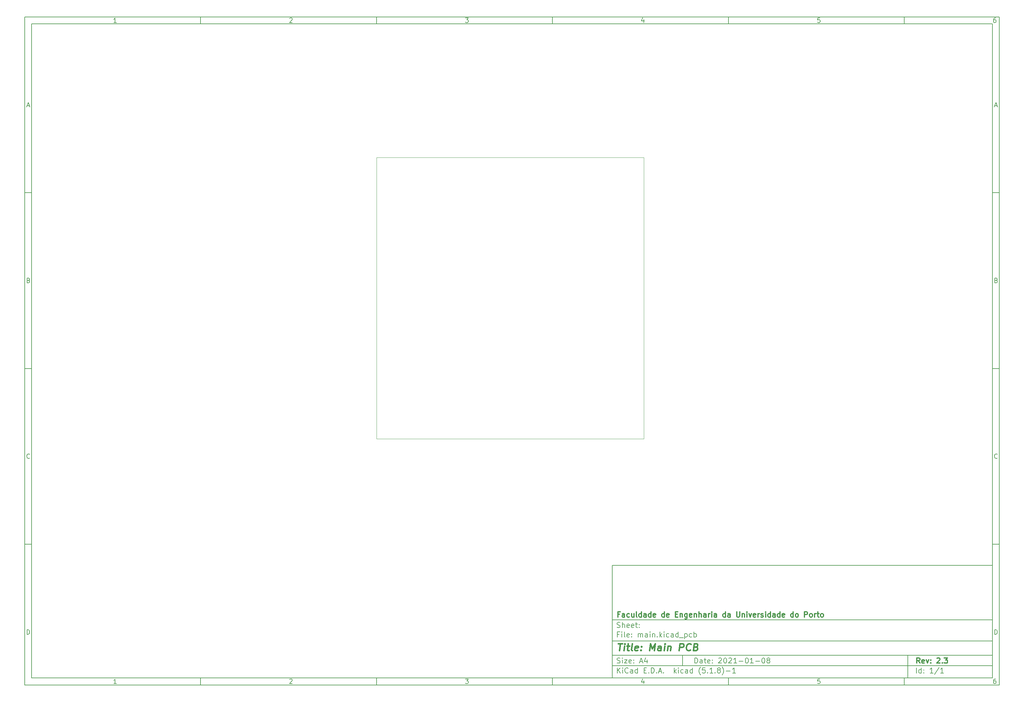
<source format=gbr>
%TF.GenerationSoftware,KiCad,Pcbnew,(5.1.8)-1*%
%TF.CreationDate,2021-01-08T10:56:16+00:00*%
%TF.ProjectId,main,6d61696e-2e6b-4696-9361-645f70636258,2.3*%
%TF.SameCoordinates,Original*%
%TF.FileFunction,Profile,NP*%
%FSLAX46Y46*%
G04 Gerber Fmt 4.6, Leading zero omitted, Abs format (unit mm)*
G04 Created by KiCad (PCBNEW (5.1.8)-1) date 2021-01-08 10:56:16*
%MOMM*%
%LPD*%
G01*
G04 APERTURE LIST*
%ADD10C,0.100000*%
%ADD11C,0.150000*%
%ADD12C,0.300000*%
%ADD13C,0.400000*%
%TA.AperFunction,Profile*%
%ADD14C,0.100000*%
%TD*%
G04 APERTURE END LIST*
D10*
D11*
X177002200Y-166007200D02*
X177002200Y-198007200D01*
X285002200Y-198007200D01*
X285002200Y-166007200D01*
X177002200Y-166007200D01*
D10*
D11*
X10000000Y-10000000D02*
X10000000Y-200007200D01*
X287002200Y-200007200D01*
X287002200Y-10000000D01*
X10000000Y-10000000D01*
D10*
D11*
X12000000Y-12000000D02*
X12000000Y-198007200D01*
X285002200Y-198007200D01*
X285002200Y-12000000D01*
X12000000Y-12000000D01*
D10*
D11*
X60000000Y-12000000D02*
X60000000Y-10000000D01*
D10*
D11*
X110000000Y-12000000D02*
X110000000Y-10000000D01*
D10*
D11*
X160000000Y-12000000D02*
X160000000Y-10000000D01*
D10*
D11*
X210000000Y-12000000D02*
X210000000Y-10000000D01*
D10*
D11*
X260000000Y-12000000D02*
X260000000Y-10000000D01*
D10*
D11*
X36065476Y-11588095D02*
X35322619Y-11588095D01*
X35694047Y-11588095D02*
X35694047Y-10288095D01*
X35570238Y-10473809D01*
X35446428Y-10597619D01*
X35322619Y-10659523D01*
D10*
D11*
X85322619Y-10411904D02*
X85384523Y-10350000D01*
X85508333Y-10288095D01*
X85817857Y-10288095D01*
X85941666Y-10350000D01*
X86003571Y-10411904D01*
X86065476Y-10535714D01*
X86065476Y-10659523D01*
X86003571Y-10845238D01*
X85260714Y-11588095D01*
X86065476Y-11588095D01*
D10*
D11*
X135260714Y-10288095D02*
X136065476Y-10288095D01*
X135632142Y-10783333D01*
X135817857Y-10783333D01*
X135941666Y-10845238D01*
X136003571Y-10907142D01*
X136065476Y-11030952D01*
X136065476Y-11340476D01*
X136003571Y-11464285D01*
X135941666Y-11526190D01*
X135817857Y-11588095D01*
X135446428Y-11588095D01*
X135322619Y-11526190D01*
X135260714Y-11464285D01*
D10*
D11*
X185941666Y-10721428D02*
X185941666Y-11588095D01*
X185632142Y-10226190D02*
X185322619Y-11154761D01*
X186127380Y-11154761D01*
D10*
D11*
X236003571Y-10288095D02*
X235384523Y-10288095D01*
X235322619Y-10907142D01*
X235384523Y-10845238D01*
X235508333Y-10783333D01*
X235817857Y-10783333D01*
X235941666Y-10845238D01*
X236003571Y-10907142D01*
X236065476Y-11030952D01*
X236065476Y-11340476D01*
X236003571Y-11464285D01*
X235941666Y-11526190D01*
X235817857Y-11588095D01*
X235508333Y-11588095D01*
X235384523Y-11526190D01*
X235322619Y-11464285D01*
D10*
D11*
X285941666Y-10288095D02*
X285694047Y-10288095D01*
X285570238Y-10350000D01*
X285508333Y-10411904D01*
X285384523Y-10597619D01*
X285322619Y-10845238D01*
X285322619Y-11340476D01*
X285384523Y-11464285D01*
X285446428Y-11526190D01*
X285570238Y-11588095D01*
X285817857Y-11588095D01*
X285941666Y-11526190D01*
X286003571Y-11464285D01*
X286065476Y-11340476D01*
X286065476Y-11030952D01*
X286003571Y-10907142D01*
X285941666Y-10845238D01*
X285817857Y-10783333D01*
X285570238Y-10783333D01*
X285446428Y-10845238D01*
X285384523Y-10907142D01*
X285322619Y-11030952D01*
D10*
D11*
X60000000Y-198007200D02*
X60000000Y-200007200D01*
D10*
D11*
X110000000Y-198007200D02*
X110000000Y-200007200D01*
D10*
D11*
X160000000Y-198007200D02*
X160000000Y-200007200D01*
D10*
D11*
X210000000Y-198007200D02*
X210000000Y-200007200D01*
D10*
D11*
X260000000Y-198007200D02*
X260000000Y-200007200D01*
D10*
D11*
X36065476Y-199595295D02*
X35322619Y-199595295D01*
X35694047Y-199595295D02*
X35694047Y-198295295D01*
X35570238Y-198481009D01*
X35446428Y-198604819D01*
X35322619Y-198666723D01*
D10*
D11*
X85322619Y-198419104D02*
X85384523Y-198357200D01*
X85508333Y-198295295D01*
X85817857Y-198295295D01*
X85941666Y-198357200D01*
X86003571Y-198419104D01*
X86065476Y-198542914D01*
X86065476Y-198666723D01*
X86003571Y-198852438D01*
X85260714Y-199595295D01*
X86065476Y-199595295D01*
D10*
D11*
X135260714Y-198295295D02*
X136065476Y-198295295D01*
X135632142Y-198790533D01*
X135817857Y-198790533D01*
X135941666Y-198852438D01*
X136003571Y-198914342D01*
X136065476Y-199038152D01*
X136065476Y-199347676D01*
X136003571Y-199471485D01*
X135941666Y-199533390D01*
X135817857Y-199595295D01*
X135446428Y-199595295D01*
X135322619Y-199533390D01*
X135260714Y-199471485D01*
D10*
D11*
X185941666Y-198728628D02*
X185941666Y-199595295D01*
X185632142Y-198233390D02*
X185322619Y-199161961D01*
X186127380Y-199161961D01*
D10*
D11*
X236003571Y-198295295D02*
X235384523Y-198295295D01*
X235322619Y-198914342D01*
X235384523Y-198852438D01*
X235508333Y-198790533D01*
X235817857Y-198790533D01*
X235941666Y-198852438D01*
X236003571Y-198914342D01*
X236065476Y-199038152D01*
X236065476Y-199347676D01*
X236003571Y-199471485D01*
X235941666Y-199533390D01*
X235817857Y-199595295D01*
X235508333Y-199595295D01*
X235384523Y-199533390D01*
X235322619Y-199471485D01*
D10*
D11*
X285941666Y-198295295D02*
X285694047Y-198295295D01*
X285570238Y-198357200D01*
X285508333Y-198419104D01*
X285384523Y-198604819D01*
X285322619Y-198852438D01*
X285322619Y-199347676D01*
X285384523Y-199471485D01*
X285446428Y-199533390D01*
X285570238Y-199595295D01*
X285817857Y-199595295D01*
X285941666Y-199533390D01*
X286003571Y-199471485D01*
X286065476Y-199347676D01*
X286065476Y-199038152D01*
X286003571Y-198914342D01*
X285941666Y-198852438D01*
X285817857Y-198790533D01*
X285570238Y-198790533D01*
X285446428Y-198852438D01*
X285384523Y-198914342D01*
X285322619Y-199038152D01*
D10*
D11*
X10000000Y-60000000D02*
X12000000Y-60000000D01*
D10*
D11*
X10000000Y-110000000D02*
X12000000Y-110000000D01*
D10*
D11*
X10000000Y-160000000D02*
X12000000Y-160000000D01*
D10*
D11*
X10690476Y-35216666D02*
X11309523Y-35216666D01*
X10566666Y-35588095D02*
X11000000Y-34288095D01*
X11433333Y-35588095D01*
D10*
D11*
X11092857Y-84907142D02*
X11278571Y-84969047D01*
X11340476Y-85030952D01*
X11402380Y-85154761D01*
X11402380Y-85340476D01*
X11340476Y-85464285D01*
X11278571Y-85526190D01*
X11154761Y-85588095D01*
X10659523Y-85588095D01*
X10659523Y-84288095D01*
X11092857Y-84288095D01*
X11216666Y-84350000D01*
X11278571Y-84411904D01*
X11340476Y-84535714D01*
X11340476Y-84659523D01*
X11278571Y-84783333D01*
X11216666Y-84845238D01*
X11092857Y-84907142D01*
X10659523Y-84907142D01*
D10*
D11*
X11402380Y-135464285D02*
X11340476Y-135526190D01*
X11154761Y-135588095D01*
X11030952Y-135588095D01*
X10845238Y-135526190D01*
X10721428Y-135402380D01*
X10659523Y-135278571D01*
X10597619Y-135030952D01*
X10597619Y-134845238D01*
X10659523Y-134597619D01*
X10721428Y-134473809D01*
X10845238Y-134350000D01*
X11030952Y-134288095D01*
X11154761Y-134288095D01*
X11340476Y-134350000D01*
X11402380Y-134411904D01*
D10*
D11*
X10659523Y-185588095D02*
X10659523Y-184288095D01*
X10969047Y-184288095D01*
X11154761Y-184350000D01*
X11278571Y-184473809D01*
X11340476Y-184597619D01*
X11402380Y-184845238D01*
X11402380Y-185030952D01*
X11340476Y-185278571D01*
X11278571Y-185402380D01*
X11154761Y-185526190D01*
X10969047Y-185588095D01*
X10659523Y-185588095D01*
D10*
D11*
X287002200Y-60000000D02*
X285002200Y-60000000D01*
D10*
D11*
X287002200Y-110000000D02*
X285002200Y-110000000D01*
D10*
D11*
X287002200Y-160000000D02*
X285002200Y-160000000D01*
D10*
D11*
X285692676Y-35216666D02*
X286311723Y-35216666D01*
X285568866Y-35588095D02*
X286002200Y-34288095D01*
X286435533Y-35588095D01*
D10*
D11*
X286095057Y-84907142D02*
X286280771Y-84969047D01*
X286342676Y-85030952D01*
X286404580Y-85154761D01*
X286404580Y-85340476D01*
X286342676Y-85464285D01*
X286280771Y-85526190D01*
X286156961Y-85588095D01*
X285661723Y-85588095D01*
X285661723Y-84288095D01*
X286095057Y-84288095D01*
X286218866Y-84350000D01*
X286280771Y-84411904D01*
X286342676Y-84535714D01*
X286342676Y-84659523D01*
X286280771Y-84783333D01*
X286218866Y-84845238D01*
X286095057Y-84907142D01*
X285661723Y-84907142D01*
D10*
D11*
X286404580Y-135464285D02*
X286342676Y-135526190D01*
X286156961Y-135588095D01*
X286033152Y-135588095D01*
X285847438Y-135526190D01*
X285723628Y-135402380D01*
X285661723Y-135278571D01*
X285599819Y-135030952D01*
X285599819Y-134845238D01*
X285661723Y-134597619D01*
X285723628Y-134473809D01*
X285847438Y-134350000D01*
X286033152Y-134288095D01*
X286156961Y-134288095D01*
X286342676Y-134350000D01*
X286404580Y-134411904D01*
D10*
D11*
X285661723Y-185588095D02*
X285661723Y-184288095D01*
X285971247Y-184288095D01*
X286156961Y-184350000D01*
X286280771Y-184473809D01*
X286342676Y-184597619D01*
X286404580Y-184845238D01*
X286404580Y-185030952D01*
X286342676Y-185278571D01*
X286280771Y-185402380D01*
X286156961Y-185526190D01*
X285971247Y-185588095D01*
X285661723Y-185588095D01*
D10*
D11*
X200434342Y-193785771D02*
X200434342Y-192285771D01*
X200791485Y-192285771D01*
X201005771Y-192357200D01*
X201148628Y-192500057D01*
X201220057Y-192642914D01*
X201291485Y-192928628D01*
X201291485Y-193142914D01*
X201220057Y-193428628D01*
X201148628Y-193571485D01*
X201005771Y-193714342D01*
X200791485Y-193785771D01*
X200434342Y-193785771D01*
X202577200Y-193785771D02*
X202577200Y-193000057D01*
X202505771Y-192857200D01*
X202362914Y-192785771D01*
X202077200Y-192785771D01*
X201934342Y-192857200D01*
X202577200Y-193714342D02*
X202434342Y-193785771D01*
X202077200Y-193785771D01*
X201934342Y-193714342D01*
X201862914Y-193571485D01*
X201862914Y-193428628D01*
X201934342Y-193285771D01*
X202077200Y-193214342D01*
X202434342Y-193214342D01*
X202577200Y-193142914D01*
X203077200Y-192785771D02*
X203648628Y-192785771D01*
X203291485Y-192285771D02*
X203291485Y-193571485D01*
X203362914Y-193714342D01*
X203505771Y-193785771D01*
X203648628Y-193785771D01*
X204720057Y-193714342D02*
X204577200Y-193785771D01*
X204291485Y-193785771D01*
X204148628Y-193714342D01*
X204077200Y-193571485D01*
X204077200Y-193000057D01*
X204148628Y-192857200D01*
X204291485Y-192785771D01*
X204577200Y-192785771D01*
X204720057Y-192857200D01*
X204791485Y-193000057D01*
X204791485Y-193142914D01*
X204077200Y-193285771D01*
X205434342Y-193642914D02*
X205505771Y-193714342D01*
X205434342Y-193785771D01*
X205362914Y-193714342D01*
X205434342Y-193642914D01*
X205434342Y-193785771D01*
X205434342Y-192857200D02*
X205505771Y-192928628D01*
X205434342Y-193000057D01*
X205362914Y-192928628D01*
X205434342Y-192857200D01*
X205434342Y-193000057D01*
X207220057Y-192428628D02*
X207291485Y-192357200D01*
X207434342Y-192285771D01*
X207791485Y-192285771D01*
X207934342Y-192357200D01*
X208005771Y-192428628D01*
X208077200Y-192571485D01*
X208077200Y-192714342D01*
X208005771Y-192928628D01*
X207148628Y-193785771D01*
X208077200Y-193785771D01*
X209005771Y-192285771D02*
X209148628Y-192285771D01*
X209291485Y-192357200D01*
X209362914Y-192428628D01*
X209434342Y-192571485D01*
X209505771Y-192857200D01*
X209505771Y-193214342D01*
X209434342Y-193500057D01*
X209362914Y-193642914D01*
X209291485Y-193714342D01*
X209148628Y-193785771D01*
X209005771Y-193785771D01*
X208862914Y-193714342D01*
X208791485Y-193642914D01*
X208720057Y-193500057D01*
X208648628Y-193214342D01*
X208648628Y-192857200D01*
X208720057Y-192571485D01*
X208791485Y-192428628D01*
X208862914Y-192357200D01*
X209005771Y-192285771D01*
X210077200Y-192428628D02*
X210148628Y-192357200D01*
X210291485Y-192285771D01*
X210648628Y-192285771D01*
X210791485Y-192357200D01*
X210862914Y-192428628D01*
X210934342Y-192571485D01*
X210934342Y-192714342D01*
X210862914Y-192928628D01*
X210005771Y-193785771D01*
X210934342Y-193785771D01*
X212362914Y-193785771D02*
X211505771Y-193785771D01*
X211934342Y-193785771D02*
X211934342Y-192285771D01*
X211791485Y-192500057D01*
X211648628Y-192642914D01*
X211505771Y-192714342D01*
X213005771Y-193214342D02*
X214148628Y-193214342D01*
X215148628Y-192285771D02*
X215291485Y-192285771D01*
X215434342Y-192357200D01*
X215505771Y-192428628D01*
X215577200Y-192571485D01*
X215648628Y-192857200D01*
X215648628Y-193214342D01*
X215577200Y-193500057D01*
X215505771Y-193642914D01*
X215434342Y-193714342D01*
X215291485Y-193785771D01*
X215148628Y-193785771D01*
X215005771Y-193714342D01*
X214934342Y-193642914D01*
X214862914Y-193500057D01*
X214791485Y-193214342D01*
X214791485Y-192857200D01*
X214862914Y-192571485D01*
X214934342Y-192428628D01*
X215005771Y-192357200D01*
X215148628Y-192285771D01*
X217077200Y-193785771D02*
X216220057Y-193785771D01*
X216648628Y-193785771D02*
X216648628Y-192285771D01*
X216505771Y-192500057D01*
X216362914Y-192642914D01*
X216220057Y-192714342D01*
X217720057Y-193214342D02*
X218862914Y-193214342D01*
X219862914Y-192285771D02*
X220005771Y-192285771D01*
X220148628Y-192357200D01*
X220220057Y-192428628D01*
X220291485Y-192571485D01*
X220362914Y-192857200D01*
X220362914Y-193214342D01*
X220291485Y-193500057D01*
X220220057Y-193642914D01*
X220148628Y-193714342D01*
X220005771Y-193785771D01*
X219862914Y-193785771D01*
X219720057Y-193714342D01*
X219648628Y-193642914D01*
X219577200Y-193500057D01*
X219505771Y-193214342D01*
X219505771Y-192857200D01*
X219577200Y-192571485D01*
X219648628Y-192428628D01*
X219720057Y-192357200D01*
X219862914Y-192285771D01*
X221220057Y-192928628D02*
X221077200Y-192857200D01*
X221005771Y-192785771D01*
X220934342Y-192642914D01*
X220934342Y-192571485D01*
X221005771Y-192428628D01*
X221077200Y-192357200D01*
X221220057Y-192285771D01*
X221505771Y-192285771D01*
X221648628Y-192357200D01*
X221720057Y-192428628D01*
X221791485Y-192571485D01*
X221791485Y-192642914D01*
X221720057Y-192785771D01*
X221648628Y-192857200D01*
X221505771Y-192928628D01*
X221220057Y-192928628D01*
X221077200Y-193000057D01*
X221005771Y-193071485D01*
X220934342Y-193214342D01*
X220934342Y-193500057D01*
X221005771Y-193642914D01*
X221077200Y-193714342D01*
X221220057Y-193785771D01*
X221505771Y-193785771D01*
X221648628Y-193714342D01*
X221720057Y-193642914D01*
X221791485Y-193500057D01*
X221791485Y-193214342D01*
X221720057Y-193071485D01*
X221648628Y-193000057D01*
X221505771Y-192928628D01*
D10*
D11*
X177002200Y-194507200D02*
X285002200Y-194507200D01*
D10*
D11*
X178434342Y-196585771D02*
X178434342Y-195085771D01*
X179291485Y-196585771D02*
X178648628Y-195728628D01*
X179291485Y-195085771D02*
X178434342Y-195942914D01*
X179934342Y-196585771D02*
X179934342Y-195585771D01*
X179934342Y-195085771D02*
X179862914Y-195157200D01*
X179934342Y-195228628D01*
X180005771Y-195157200D01*
X179934342Y-195085771D01*
X179934342Y-195228628D01*
X181505771Y-196442914D02*
X181434342Y-196514342D01*
X181220057Y-196585771D01*
X181077200Y-196585771D01*
X180862914Y-196514342D01*
X180720057Y-196371485D01*
X180648628Y-196228628D01*
X180577200Y-195942914D01*
X180577200Y-195728628D01*
X180648628Y-195442914D01*
X180720057Y-195300057D01*
X180862914Y-195157200D01*
X181077200Y-195085771D01*
X181220057Y-195085771D01*
X181434342Y-195157200D01*
X181505771Y-195228628D01*
X182791485Y-196585771D02*
X182791485Y-195800057D01*
X182720057Y-195657200D01*
X182577200Y-195585771D01*
X182291485Y-195585771D01*
X182148628Y-195657200D01*
X182791485Y-196514342D02*
X182648628Y-196585771D01*
X182291485Y-196585771D01*
X182148628Y-196514342D01*
X182077200Y-196371485D01*
X182077200Y-196228628D01*
X182148628Y-196085771D01*
X182291485Y-196014342D01*
X182648628Y-196014342D01*
X182791485Y-195942914D01*
X184148628Y-196585771D02*
X184148628Y-195085771D01*
X184148628Y-196514342D02*
X184005771Y-196585771D01*
X183720057Y-196585771D01*
X183577200Y-196514342D01*
X183505771Y-196442914D01*
X183434342Y-196300057D01*
X183434342Y-195871485D01*
X183505771Y-195728628D01*
X183577200Y-195657200D01*
X183720057Y-195585771D01*
X184005771Y-195585771D01*
X184148628Y-195657200D01*
X186005771Y-195800057D02*
X186505771Y-195800057D01*
X186720057Y-196585771D02*
X186005771Y-196585771D01*
X186005771Y-195085771D01*
X186720057Y-195085771D01*
X187362914Y-196442914D02*
X187434342Y-196514342D01*
X187362914Y-196585771D01*
X187291485Y-196514342D01*
X187362914Y-196442914D01*
X187362914Y-196585771D01*
X188077200Y-196585771D02*
X188077200Y-195085771D01*
X188434342Y-195085771D01*
X188648628Y-195157200D01*
X188791485Y-195300057D01*
X188862914Y-195442914D01*
X188934342Y-195728628D01*
X188934342Y-195942914D01*
X188862914Y-196228628D01*
X188791485Y-196371485D01*
X188648628Y-196514342D01*
X188434342Y-196585771D01*
X188077200Y-196585771D01*
X189577200Y-196442914D02*
X189648628Y-196514342D01*
X189577200Y-196585771D01*
X189505771Y-196514342D01*
X189577200Y-196442914D01*
X189577200Y-196585771D01*
X190220057Y-196157200D02*
X190934342Y-196157200D01*
X190077200Y-196585771D02*
X190577200Y-195085771D01*
X191077200Y-196585771D01*
X191577200Y-196442914D02*
X191648628Y-196514342D01*
X191577200Y-196585771D01*
X191505771Y-196514342D01*
X191577200Y-196442914D01*
X191577200Y-196585771D01*
X194577200Y-196585771D02*
X194577200Y-195085771D01*
X194720057Y-196014342D02*
X195148628Y-196585771D01*
X195148628Y-195585771D02*
X194577200Y-196157200D01*
X195791485Y-196585771D02*
X195791485Y-195585771D01*
X195791485Y-195085771D02*
X195720057Y-195157200D01*
X195791485Y-195228628D01*
X195862914Y-195157200D01*
X195791485Y-195085771D01*
X195791485Y-195228628D01*
X197148628Y-196514342D02*
X197005771Y-196585771D01*
X196720057Y-196585771D01*
X196577200Y-196514342D01*
X196505771Y-196442914D01*
X196434342Y-196300057D01*
X196434342Y-195871485D01*
X196505771Y-195728628D01*
X196577200Y-195657200D01*
X196720057Y-195585771D01*
X197005771Y-195585771D01*
X197148628Y-195657200D01*
X198434342Y-196585771D02*
X198434342Y-195800057D01*
X198362914Y-195657200D01*
X198220057Y-195585771D01*
X197934342Y-195585771D01*
X197791485Y-195657200D01*
X198434342Y-196514342D02*
X198291485Y-196585771D01*
X197934342Y-196585771D01*
X197791485Y-196514342D01*
X197720057Y-196371485D01*
X197720057Y-196228628D01*
X197791485Y-196085771D01*
X197934342Y-196014342D01*
X198291485Y-196014342D01*
X198434342Y-195942914D01*
X199791485Y-196585771D02*
X199791485Y-195085771D01*
X199791485Y-196514342D02*
X199648628Y-196585771D01*
X199362914Y-196585771D01*
X199220057Y-196514342D01*
X199148628Y-196442914D01*
X199077200Y-196300057D01*
X199077200Y-195871485D01*
X199148628Y-195728628D01*
X199220057Y-195657200D01*
X199362914Y-195585771D01*
X199648628Y-195585771D01*
X199791485Y-195657200D01*
X202077200Y-197157200D02*
X202005771Y-197085771D01*
X201862914Y-196871485D01*
X201791485Y-196728628D01*
X201720057Y-196514342D01*
X201648628Y-196157200D01*
X201648628Y-195871485D01*
X201720057Y-195514342D01*
X201791485Y-195300057D01*
X201862914Y-195157200D01*
X202005771Y-194942914D01*
X202077200Y-194871485D01*
X203362914Y-195085771D02*
X202648628Y-195085771D01*
X202577200Y-195800057D01*
X202648628Y-195728628D01*
X202791485Y-195657200D01*
X203148628Y-195657200D01*
X203291485Y-195728628D01*
X203362914Y-195800057D01*
X203434342Y-195942914D01*
X203434342Y-196300057D01*
X203362914Y-196442914D01*
X203291485Y-196514342D01*
X203148628Y-196585771D01*
X202791485Y-196585771D01*
X202648628Y-196514342D01*
X202577200Y-196442914D01*
X204077200Y-196442914D02*
X204148628Y-196514342D01*
X204077200Y-196585771D01*
X204005771Y-196514342D01*
X204077200Y-196442914D01*
X204077200Y-196585771D01*
X205577200Y-196585771D02*
X204720057Y-196585771D01*
X205148628Y-196585771D02*
X205148628Y-195085771D01*
X205005771Y-195300057D01*
X204862914Y-195442914D01*
X204720057Y-195514342D01*
X206220057Y-196442914D02*
X206291485Y-196514342D01*
X206220057Y-196585771D01*
X206148628Y-196514342D01*
X206220057Y-196442914D01*
X206220057Y-196585771D01*
X207148628Y-195728628D02*
X207005771Y-195657200D01*
X206934342Y-195585771D01*
X206862914Y-195442914D01*
X206862914Y-195371485D01*
X206934342Y-195228628D01*
X207005771Y-195157200D01*
X207148628Y-195085771D01*
X207434342Y-195085771D01*
X207577200Y-195157200D01*
X207648628Y-195228628D01*
X207720057Y-195371485D01*
X207720057Y-195442914D01*
X207648628Y-195585771D01*
X207577200Y-195657200D01*
X207434342Y-195728628D01*
X207148628Y-195728628D01*
X207005771Y-195800057D01*
X206934342Y-195871485D01*
X206862914Y-196014342D01*
X206862914Y-196300057D01*
X206934342Y-196442914D01*
X207005771Y-196514342D01*
X207148628Y-196585771D01*
X207434342Y-196585771D01*
X207577200Y-196514342D01*
X207648628Y-196442914D01*
X207720057Y-196300057D01*
X207720057Y-196014342D01*
X207648628Y-195871485D01*
X207577200Y-195800057D01*
X207434342Y-195728628D01*
X208220057Y-197157200D02*
X208291485Y-197085771D01*
X208434342Y-196871485D01*
X208505771Y-196728628D01*
X208577200Y-196514342D01*
X208648628Y-196157200D01*
X208648628Y-195871485D01*
X208577200Y-195514342D01*
X208505771Y-195300057D01*
X208434342Y-195157200D01*
X208291485Y-194942914D01*
X208220057Y-194871485D01*
X209362914Y-196014342D02*
X210505771Y-196014342D01*
X212005771Y-196585771D02*
X211148628Y-196585771D01*
X211577200Y-196585771D02*
X211577200Y-195085771D01*
X211434342Y-195300057D01*
X211291485Y-195442914D01*
X211148628Y-195514342D01*
D10*
D11*
X177002200Y-191507200D02*
X285002200Y-191507200D01*
D10*
D12*
X264411485Y-193785771D02*
X263911485Y-193071485D01*
X263554342Y-193785771D02*
X263554342Y-192285771D01*
X264125771Y-192285771D01*
X264268628Y-192357200D01*
X264340057Y-192428628D01*
X264411485Y-192571485D01*
X264411485Y-192785771D01*
X264340057Y-192928628D01*
X264268628Y-193000057D01*
X264125771Y-193071485D01*
X263554342Y-193071485D01*
X265625771Y-193714342D02*
X265482914Y-193785771D01*
X265197200Y-193785771D01*
X265054342Y-193714342D01*
X264982914Y-193571485D01*
X264982914Y-193000057D01*
X265054342Y-192857200D01*
X265197200Y-192785771D01*
X265482914Y-192785771D01*
X265625771Y-192857200D01*
X265697200Y-193000057D01*
X265697200Y-193142914D01*
X264982914Y-193285771D01*
X266197200Y-192785771D02*
X266554342Y-193785771D01*
X266911485Y-192785771D01*
X267482914Y-193642914D02*
X267554342Y-193714342D01*
X267482914Y-193785771D01*
X267411485Y-193714342D01*
X267482914Y-193642914D01*
X267482914Y-193785771D01*
X267482914Y-192857200D02*
X267554342Y-192928628D01*
X267482914Y-193000057D01*
X267411485Y-192928628D01*
X267482914Y-192857200D01*
X267482914Y-193000057D01*
X269268628Y-192428628D02*
X269340057Y-192357200D01*
X269482914Y-192285771D01*
X269840057Y-192285771D01*
X269982914Y-192357200D01*
X270054342Y-192428628D01*
X270125771Y-192571485D01*
X270125771Y-192714342D01*
X270054342Y-192928628D01*
X269197200Y-193785771D01*
X270125771Y-193785771D01*
X270768628Y-193642914D02*
X270840057Y-193714342D01*
X270768628Y-193785771D01*
X270697200Y-193714342D01*
X270768628Y-193642914D01*
X270768628Y-193785771D01*
X271340057Y-192285771D02*
X272268628Y-192285771D01*
X271768628Y-192857200D01*
X271982914Y-192857200D01*
X272125771Y-192928628D01*
X272197200Y-193000057D01*
X272268628Y-193142914D01*
X272268628Y-193500057D01*
X272197200Y-193642914D01*
X272125771Y-193714342D01*
X271982914Y-193785771D01*
X271554342Y-193785771D01*
X271411485Y-193714342D01*
X271340057Y-193642914D01*
D10*
D11*
X178362914Y-193714342D02*
X178577200Y-193785771D01*
X178934342Y-193785771D01*
X179077200Y-193714342D01*
X179148628Y-193642914D01*
X179220057Y-193500057D01*
X179220057Y-193357200D01*
X179148628Y-193214342D01*
X179077200Y-193142914D01*
X178934342Y-193071485D01*
X178648628Y-193000057D01*
X178505771Y-192928628D01*
X178434342Y-192857200D01*
X178362914Y-192714342D01*
X178362914Y-192571485D01*
X178434342Y-192428628D01*
X178505771Y-192357200D01*
X178648628Y-192285771D01*
X179005771Y-192285771D01*
X179220057Y-192357200D01*
X179862914Y-193785771D02*
X179862914Y-192785771D01*
X179862914Y-192285771D02*
X179791485Y-192357200D01*
X179862914Y-192428628D01*
X179934342Y-192357200D01*
X179862914Y-192285771D01*
X179862914Y-192428628D01*
X180434342Y-192785771D02*
X181220057Y-192785771D01*
X180434342Y-193785771D01*
X181220057Y-193785771D01*
X182362914Y-193714342D02*
X182220057Y-193785771D01*
X181934342Y-193785771D01*
X181791485Y-193714342D01*
X181720057Y-193571485D01*
X181720057Y-193000057D01*
X181791485Y-192857200D01*
X181934342Y-192785771D01*
X182220057Y-192785771D01*
X182362914Y-192857200D01*
X182434342Y-193000057D01*
X182434342Y-193142914D01*
X181720057Y-193285771D01*
X183077200Y-193642914D02*
X183148628Y-193714342D01*
X183077200Y-193785771D01*
X183005771Y-193714342D01*
X183077200Y-193642914D01*
X183077200Y-193785771D01*
X183077200Y-192857200D02*
X183148628Y-192928628D01*
X183077200Y-193000057D01*
X183005771Y-192928628D01*
X183077200Y-192857200D01*
X183077200Y-193000057D01*
X184862914Y-193357200D02*
X185577200Y-193357200D01*
X184720057Y-193785771D02*
X185220057Y-192285771D01*
X185720057Y-193785771D01*
X186862914Y-192785771D02*
X186862914Y-193785771D01*
X186505771Y-192214342D02*
X186148628Y-193285771D01*
X187077200Y-193285771D01*
D10*
D11*
X263434342Y-196585771D02*
X263434342Y-195085771D01*
X264791485Y-196585771D02*
X264791485Y-195085771D01*
X264791485Y-196514342D02*
X264648628Y-196585771D01*
X264362914Y-196585771D01*
X264220057Y-196514342D01*
X264148628Y-196442914D01*
X264077200Y-196300057D01*
X264077200Y-195871485D01*
X264148628Y-195728628D01*
X264220057Y-195657200D01*
X264362914Y-195585771D01*
X264648628Y-195585771D01*
X264791485Y-195657200D01*
X265505771Y-196442914D02*
X265577200Y-196514342D01*
X265505771Y-196585771D01*
X265434342Y-196514342D01*
X265505771Y-196442914D01*
X265505771Y-196585771D01*
X265505771Y-195657200D02*
X265577200Y-195728628D01*
X265505771Y-195800057D01*
X265434342Y-195728628D01*
X265505771Y-195657200D01*
X265505771Y-195800057D01*
X268148628Y-196585771D02*
X267291485Y-196585771D01*
X267720057Y-196585771D02*
X267720057Y-195085771D01*
X267577200Y-195300057D01*
X267434342Y-195442914D01*
X267291485Y-195514342D01*
X269862914Y-195014342D02*
X268577200Y-196942914D01*
X271148628Y-196585771D02*
X270291485Y-196585771D01*
X270720057Y-196585771D02*
X270720057Y-195085771D01*
X270577200Y-195300057D01*
X270434342Y-195442914D01*
X270291485Y-195514342D01*
D10*
D11*
X177002200Y-187507200D02*
X285002200Y-187507200D01*
D10*
D13*
X178714580Y-188211961D02*
X179857438Y-188211961D01*
X179036009Y-190211961D02*
X179286009Y-188211961D01*
X180274104Y-190211961D02*
X180440771Y-188878628D01*
X180524104Y-188211961D02*
X180416961Y-188307200D01*
X180500295Y-188402438D01*
X180607438Y-188307200D01*
X180524104Y-188211961D01*
X180500295Y-188402438D01*
X181107438Y-188878628D02*
X181869342Y-188878628D01*
X181476485Y-188211961D02*
X181262200Y-189926247D01*
X181333628Y-190116723D01*
X181512200Y-190211961D01*
X181702676Y-190211961D01*
X182655057Y-190211961D02*
X182476485Y-190116723D01*
X182405057Y-189926247D01*
X182619342Y-188211961D01*
X184190771Y-190116723D02*
X183988390Y-190211961D01*
X183607438Y-190211961D01*
X183428866Y-190116723D01*
X183357438Y-189926247D01*
X183452676Y-189164342D01*
X183571723Y-188973866D01*
X183774104Y-188878628D01*
X184155057Y-188878628D01*
X184333628Y-188973866D01*
X184405057Y-189164342D01*
X184381247Y-189354819D01*
X183405057Y-189545295D01*
X185155057Y-190021485D02*
X185238390Y-190116723D01*
X185131247Y-190211961D01*
X185047914Y-190116723D01*
X185155057Y-190021485D01*
X185131247Y-190211961D01*
X185286009Y-188973866D02*
X185369342Y-189069104D01*
X185262200Y-189164342D01*
X185178866Y-189069104D01*
X185286009Y-188973866D01*
X185262200Y-189164342D01*
X187607438Y-190211961D02*
X187857438Y-188211961D01*
X188345533Y-189640533D01*
X189190771Y-188211961D01*
X188940771Y-190211961D01*
X190750295Y-190211961D02*
X190881247Y-189164342D01*
X190809819Y-188973866D01*
X190631247Y-188878628D01*
X190250295Y-188878628D01*
X190047914Y-188973866D01*
X190762200Y-190116723D02*
X190559819Y-190211961D01*
X190083628Y-190211961D01*
X189905057Y-190116723D01*
X189833628Y-189926247D01*
X189857438Y-189735771D01*
X189976485Y-189545295D01*
X190178866Y-189450057D01*
X190655057Y-189450057D01*
X190857438Y-189354819D01*
X191702676Y-190211961D02*
X191869342Y-188878628D01*
X191952676Y-188211961D02*
X191845533Y-188307200D01*
X191928866Y-188402438D01*
X192036009Y-188307200D01*
X191952676Y-188211961D01*
X191928866Y-188402438D01*
X192821723Y-188878628D02*
X192655057Y-190211961D01*
X192797914Y-189069104D02*
X192905057Y-188973866D01*
X193107438Y-188878628D01*
X193393152Y-188878628D01*
X193571723Y-188973866D01*
X193643152Y-189164342D01*
X193512200Y-190211961D01*
X195988390Y-190211961D02*
X196238390Y-188211961D01*
X197000295Y-188211961D01*
X197178866Y-188307200D01*
X197262200Y-188402438D01*
X197333628Y-188592914D01*
X197297914Y-188878628D01*
X197178866Y-189069104D01*
X197071723Y-189164342D01*
X196869342Y-189259580D01*
X196107438Y-189259580D01*
X199155057Y-190021485D02*
X199047914Y-190116723D01*
X198750295Y-190211961D01*
X198559819Y-190211961D01*
X198286009Y-190116723D01*
X198119342Y-189926247D01*
X198047914Y-189735771D01*
X198000295Y-189354819D01*
X198036009Y-189069104D01*
X198178866Y-188688152D01*
X198297914Y-188497676D01*
X198512200Y-188307200D01*
X198809819Y-188211961D01*
X199000295Y-188211961D01*
X199274104Y-188307200D01*
X199357438Y-188402438D01*
X200786009Y-189164342D02*
X201059819Y-189259580D01*
X201143152Y-189354819D01*
X201214580Y-189545295D01*
X201178866Y-189831009D01*
X201059819Y-190021485D01*
X200952676Y-190116723D01*
X200750295Y-190211961D01*
X199988390Y-190211961D01*
X200238390Y-188211961D01*
X200905057Y-188211961D01*
X201083628Y-188307200D01*
X201166961Y-188402438D01*
X201238390Y-188592914D01*
X201214580Y-188783390D01*
X201095533Y-188973866D01*
X200988390Y-189069104D01*
X200786009Y-189164342D01*
X200119342Y-189164342D01*
D10*
D11*
X178934342Y-185600057D02*
X178434342Y-185600057D01*
X178434342Y-186385771D02*
X178434342Y-184885771D01*
X179148628Y-184885771D01*
X179720057Y-186385771D02*
X179720057Y-185385771D01*
X179720057Y-184885771D02*
X179648628Y-184957200D01*
X179720057Y-185028628D01*
X179791485Y-184957200D01*
X179720057Y-184885771D01*
X179720057Y-185028628D01*
X180648628Y-186385771D02*
X180505771Y-186314342D01*
X180434342Y-186171485D01*
X180434342Y-184885771D01*
X181791485Y-186314342D02*
X181648628Y-186385771D01*
X181362914Y-186385771D01*
X181220057Y-186314342D01*
X181148628Y-186171485D01*
X181148628Y-185600057D01*
X181220057Y-185457200D01*
X181362914Y-185385771D01*
X181648628Y-185385771D01*
X181791485Y-185457200D01*
X181862914Y-185600057D01*
X181862914Y-185742914D01*
X181148628Y-185885771D01*
X182505771Y-186242914D02*
X182577200Y-186314342D01*
X182505771Y-186385771D01*
X182434342Y-186314342D01*
X182505771Y-186242914D01*
X182505771Y-186385771D01*
X182505771Y-185457200D02*
X182577200Y-185528628D01*
X182505771Y-185600057D01*
X182434342Y-185528628D01*
X182505771Y-185457200D01*
X182505771Y-185600057D01*
X184362914Y-186385771D02*
X184362914Y-185385771D01*
X184362914Y-185528628D02*
X184434342Y-185457200D01*
X184577200Y-185385771D01*
X184791485Y-185385771D01*
X184934342Y-185457200D01*
X185005771Y-185600057D01*
X185005771Y-186385771D01*
X185005771Y-185600057D02*
X185077200Y-185457200D01*
X185220057Y-185385771D01*
X185434342Y-185385771D01*
X185577200Y-185457200D01*
X185648628Y-185600057D01*
X185648628Y-186385771D01*
X187005771Y-186385771D02*
X187005771Y-185600057D01*
X186934342Y-185457200D01*
X186791485Y-185385771D01*
X186505771Y-185385771D01*
X186362914Y-185457200D01*
X187005771Y-186314342D02*
X186862914Y-186385771D01*
X186505771Y-186385771D01*
X186362914Y-186314342D01*
X186291485Y-186171485D01*
X186291485Y-186028628D01*
X186362914Y-185885771D01*
X186505771Y-185814342D01*
X186862914Y-185814342D01*
X187005771Y-185742914D01*
X187720057Y-186385771D02*
X187720057Y-185385771D01*
X187720057Y-184885771D02*
X187648628Y-184957200D01*
X187720057Y-185028628D01*
X187791485Y-184957200D01*
X187720057Y-184885771D01*
X187720057Y-185028628D01*
X188434342Y-185385771D02*
X188434342Y-186385771D01*
X188434342Y-185528628D02*
X188505771Y-185457200D01*
X188648628Y-185385771D01*
X188862914Y-185385771D01*
X189005771Y-185457200D01*
X189077200Y-185600057D01*
X189077200Y-186385771D01*
X189791485Y-186242914D02*
X189862914Y-186314342D01*
X189791485Y-186385771D01*
X189720057Y-186314342D01*
X189791485Y-186242914D01*
X189791485Y-186385771D01*
X190505771Y-186385771D02*
X190505771Y-184885771D01*
X190648628Y-185814342D02*
X191077200Y-186385771D01*
X191077200Y-185385771D02*
X190505771Y-185957200D01*
X191720057Y-186385771D02*
X191720057Y-185385771D01*
X191720057Y-184885771D02*
X191648628Y-184957200D01*
X191720057Y-185028628D01*
X191791485Y-184957200D01*
X191720057Y-184885771D01*
X191720057Y-185028628D01*
X193077200Y-186314342D02*
X192934342Y-186385771D01*
X192648628Y-186385771D01*
X192505771Y-186314342D01*
X192434342Y-186242914D01*
X192362914Y-186100057D01*
X192362914Y-185671485D01*
X192434342Y-185528628D01*
X192505771Y-185457200D01*
X192648628Y-185385771D01*
X192934342Y-185385771D01*
X193077200Y-185457200D01*
X194362914Y-186385771D02*
X194362914Y-185600057D01*
X194291485Y-185457200D01*
X194148628Y-185385771D01*
X193862914Y-185385771D01*
X193720057Y-185457200D01*
X194362914Y-186314342D02*
X194220057Y-186385771D01*
X193862914Y-186385771D01*
X193720057Y-186314342D01*
X193648628Y-186171485D01*
X193648628Y-186028628D01*
X193720057Y-185885771D01*
X193862914Y-185814342D01*
X194220057Y-185814342D01*
X194362914Y-185742914D01*
X195720057Y-186385771D02*
X195720057Y-184885771D01*
X195720057Y-186314342D02*
X195577200Y-186385771D01*
X195291485Y-186385771D01*
X195148628Y-186314342D01*
X195077200Y-186242914D01*
X195005771Y-186100057D01*
X195005771Y-185671485D01*
X195077200Y-185528628D01*
X195148628Y-185457200D01*
X195291485Y-185385771D01*
X195577200Y-185385771D01*
X195720057Y-185457200D01*
X196077200Y-186528628D02*
X197220057Y-186528628D01*
X197577200Y-185385771D02*
X197577200Y-186885771D01*
X197577200Y-185457200D02*
X197720057Y-185385771D01*
X198005771Y-185385771D01*
X198148628Y-185457200D01*
X198220057Y-185528628D01*
X198291485Y-185671485D01*
X198291485Y-186100057D01*
X198220057Y-186242914D01*
X198148628Y-186314342D01*
X198005771Y-186385771D01*
X197720057Y-186385771D01*
X197577200Y-186314342D01*
X199577200Y-186314342D02*
X199434342Y-186385771D01*
X199148628Y-186385771D01*
X199005771Y-186314342D01*
X198934342Y-186242914D01*
X198862914Y-186100057D01*
X198862914Y-185671485D01*
X198934342Y-185528628D01*
X199005771Y-185457200D01*
X199148628Y-185385771D01*
X199434342Y-185385771D01*
X199577200Y-185457200D01*
X200220057Y-186385771D02*
X200220057Y-184885771D01*
X200220057Y-185457200D02*
X200362914Y-185385771D01*
X200648628Y-185385771D01*
X200791485Y-185457200D01*
X200862914Y-185528628D01*
X200934342Y-185671485D01*
X200934342Y-186100057D01*
X200862914Y-186242914D01*
X200791485Y-186314342D01*
X200648628Y-186385771D01*
X200362914Y-186385771D01*
X200220057Y-186314342D01*
D10*
D11*
X177002200Y-181507200D02*
X285002200Y-181507200D01*
D10*
D11*
X178362914Y-183614342D02*
X178577200Y-183685771D01*
X178934342Y-183685771D01*
X179077200Y-183614342D01*
X179148628Y-183542914D01*
X179220057Y-183400057D01*
X179220057Y-183257200D01*
X179148628Y-183114342D01*
X179077200Y-183042914D01*
X178934342Y-182971485D01*
X178648628Y-182900057D01*
X178505771Y-182828628D01*
X178434342Y-182757200D01*
X178362914Y-182614342D01*
X178362914Y-182471485D01*
X178434342Y-182328628D01*
X178505771Y-182257200D01*
X178648628Y-182185771D01*
X179005771Y-182185771D01*
X179220057Y-182257200D01*
X179862914Y-183685771D02*
X179862914Y-182185771D01*
X180505771Y-183685771D02*
X180505771Y-182900057D01*
X180434342Y-182757200D01*
X180291485Y-182685771D01*
X180077200Y-182685771D01*
X179934342Y-182757200D01*
X179862914Y-182828628D01*
X181791485Y-183614342D02*
X181648628Y-183685771D01*
X181362914Y-183685771D01*
X181220057Y-183614342D01*
X181148628Y-183471485D01*
X181148628Y-182900057D01*
X181220057Y-182757200D01*
X181362914Y-182685771D01*
X181648628Y-182685771D01*
X181791485Y-182757200D01*
X181862914Y-182900057D01*
X181862914Y-183042914D01*
X181148628Y-183185771D01*
X183077200Y-183614342D02*
X182934342Y-183685771D01*
X182648628Y-183685771D01*
X182505771Y-183614342D01*
X182434342Y-183471485D01*
X182434342Y-182900057D01*
X182505771Y-182757200D01*
X182648628Y-182685771D01*
X182934342Y-182685771D01*
X183077200Y-182757200D01*
X183148628Y-182900057D01*
X183148628Y-183042914D01*
X182434342Y-183185771D01*
X183577200Y-182685771D02*
X184148628Y-182685771D01*
X183791485Y-182185771D02*
X183791485Y-183471485D01*
X183862914Y-183614342D01*
X184005771Y-183685771D01*
X184148628Y-183685771D01*
X184648628Y-183542914D02*
X184720057Y-183614342D01*
X184648628Y-183685771D01*
X184577200Y-183614342D01*
X184648628Y-183542914D01*
X184648628Y-183685771D01*
X184648628Y-182757200D02*
X184720057Y-182828628D01*
X184648628Y-182900057D01*
X184577200Y-182828628D01*
X184648628Y-182757200D01*
X184648628Y-182900057D01*
D10*
D12*
X179054342Y-179900057D02*
X178554342Y-179900057D01*
X178554342Y-180685771D02*
X178554342Y-179185771D01*
X179268628Y-179185771D01*
X180482914Y-180685771D02*
X180482914Y-179900057D01*
X180411485Y-179757200D01*
X180268628Y-179685771D01*
X179982914Y-179685771D01*
X179840057Y-179757200D01*
X180482914Y-180614342D02*
X180340057Y-180685771D01*
X179982914Y-180685771D01*
X179840057Y-180614342D01*
X179768628Y-180471485D01*
X179768628Y-180328628D01*
X179840057Y-180185771D01*
X179982914Y-180114342D01*
X180340057Y-180114342D01*
X180482914Y-180042914D01*
X181840057Y-180614342D02*
X181697200Y-180685771D01*
X181411485Y-180685771D01*
X181268628Y-180614342D01*
X181197200Y-180542914D01*
X181125771Y-180400057D01*
X181125771Y-179971485D01*
X181197200Y-179828628D01*
X181268628Y-179757200D01*
X181411485Y-179685771D01*
X181697200Y-179685771D01*
X181840057Y-179757200D01*
X183125771Y-179685771D02*
X183125771Y-180685771D01*
X182482914Y-179685771D02*
X182482914Y-180471485D01*
X182554342Y-180614342D01*
X182697200Y-180685771D01*
X182911485Y-180685771D01*
X183054342Y-180614342D01*
X183125771Y-180542914D01*
X184054342Y-180685771D02*
X183911485Y-180614342D01*
X183840057Y-180471485D01*
X183840057Y-179185771D01*
X185268628Y-180685771D02*
X185268628Y-179185771D01*
X185268628Y-180614342D02*
X185125771Y-180685771D01*
X184840057Y-180685771D01*
X184697200Y-180614342D01*
X184625771Y-180542914D01*
X184554342Y-180400057D01*
X184554342Y-179971485D01*
X184625771Y-179828628D01*
X184697200Y-179757200D01*
X184840057Y-179685771D01*
X185125771Y-179685771D01*
X185268628Y-179757200D01*
X186625771Y-180685771D02*
X186625771Y-179900057D01*
X186554342Y-179757200D01*
X186411485Y-179685771D01*
X186125771Y-179685771D01*
X185982914Y-179757200D01*
X186625771Y-180614342D02*
X186482914Y-180685771D01*
X186125771Y-180685771D01*
X185982914Y-180614342D01*
X185911485Y-180471485D01*
X185911485Y-180328628D01*
X185982914Y-180185771D01*
X186125771Y-180114342D01*
X186482914Y-180114342D01*
X186625771Y-180042914D01*
X187982914Y-180685771D02*
X187982914Y-179185771D01*
X187982914Y-180614342D02*
X187840057Y-180685771D01*
X187554342Y-180685771D01*
X187411485Y-180614342D01*
X187340057Y-180542914D01*
X187268628Y-180400057D01*
X187268628Y-179971485D01*
X187340057Y-179828628D01*
X187411485Y-179757200D01*
X187554342Y-179685771D01*
X187840057Y-179685771D01*
X187982914Y-179757200D01*
X189268628Y-180614342D02*
X189125771Y-180685771D01*
X188840057Y-180685771D01*
X188697200Y-180614342D01*
X188625771Y-180471485D01*
X188625771Y-179900057D01*
X188697200Y-179757200D01*
X188840057Y-179685771D01*
X189125771Y-179685771D01*
X189268628Y-179757200D01*
X189340057Y-179900057D01*
X189340057Y-180042914D01*
X188625771Y-180185771D01*
X191768628Y-180685771D02*
X191768628Y-179185771D01*
X191768628Y-180614342D02*
X191625771Y-180685771D01*
X191340057Y-180685771D01*
X191197200Y-180614342D01*
X191125771Y-180542914D01*
X191054342Y-180400057D01*
X191054342Y-179971485D01*
X191125771Y-179828628D01*
X191197200Y-179757200D01*
X191340057Y-179685771D01*
X191625771Y-179685771D01*
X191768628Y-179757200D01*
X193054342Y-180614342D02*
X192911485Y-180685771D01*
X192625771Y-180685771D01*
X192482914Y-180614342D01*
X192411485Y-180471485D01*
X192411485Y-179900057D01*
X192482914Y-179757200D01*
X192625771Y-179685771D01*
X192911485Y-179685771D01*
X193054342Y-179757200D01*
X193125771Y-179900057D01*
X193125771Y-180042914D01*
X192411485Y-180185771D01*
X194911485Y-179900057D02*
X195411485Y-179900057D01*
X195625771Y-180685771D02*
X194911485Y-180685771D01*
X194911485Y-179185771D01*
X195625771Y-179185771D01*
X196268628Y-179685771D02*
X196268628Y-180685771D01*
X196268628Y-179828628D02*
X196340057Y-179757200D01*
X196482914Y-179685771D01*
X196697200Y-179685771D01*
X196840057Y-179757200D01*
X196911485Y-179900057D01*
X196911485Y-180685771D01*
X198268628Y-179685771D02*
X198268628Y-180900057D01*
X198197200Y-181042914D01*
X198125771Y-181114342D01*
X197982914Y-181185771D01*
X197768628Y-181185771D01*
X197625771Y-181114342D01*
X198268628Y-180614342D02*
X198125771Y-180685771D01*
X197840057Y-180685771D01*
X197697200Y-180614342D01*
X197625771Y-180542914D01*
X197554342Y-180400057D01*
X197554342Y-179971485D01*
X197625771Y-179828628D01*
X197697200Y-179757200D01*
X197840057Y-179685771D01*
X198125771Y-179685771D01*
X198268628Y-179757200D01*
X199554342Y-180614342D02*
X199411485Y-180685771D01*
X199125771Y-180685771D01*
X198982914Y-180614342D01*
X198911485Y-180471485D01*
X198911485Y-179900057D01*
X198982914Y-179757200D01*
X199125771Y-179685771D01*
X199411485Y-179685771D01*
X199554342Y-179757200D01*
X199625771Y-179900057D01*
X199625771Y-180042914D01*
X198911485Y-180185771D01*
X200268628Y-179685771D02*
X200268628Y-180685771D01*
X200268628Y-179828628D02*
X200340057Y-179757200D01*
X200482914Y-179685771D01*
X200697200Y-179685771D01*
X200840057Y-179757200D01*
X200911485Y-179900057D01*
X200911485Y-180685771D01*
X201625771Y-180685771D02*
X201625771Y-179185771D01*
X202268628Y-180685771D02*
X202268628Y-179900057D01*
X202197200Y-179757200D01*
X202054342Y-179685771D01*
X201840057Y-179685771D01*
X201697200Y-179757200D01*
X201625771Y-179828628D01*
X203625771Y-180685771D02*
X203625771Y-179900057D01*
X203554342Y-179757200D01*
X203411485Y-179685771D01*
X203125771Y-179685771D01*
X202982914Y-179757200D01*
X203625771Y-180614342D02*
X203482914Y-180685771D01*
X203125771Y-180685771D01*
X202982914Y-180614342D01*
X202911485Y-180471485D01*
X202911485Y-180328628D01*
X202982914Y-180185771D01*
X203125771Y-180114342D01*
X203482914Y-180114342D01*
X203625771Y-180042914D01*
X204340057Y-180685771D02*
X204340057Y-179685771D01*
X204340057Y-179971485D02*
X204411485Y-179828628D01*
X204482914Y-179757200D01*
X204625771Y-179685771D01*
X204768628Y-179685771D01*
X205268628Y-180685771D02*
X205268628Y-179685771D01*
X205268628Y-179185771D02*
X205197200Y-179257200D01*
X205268628Y-179328628D01*
X205340057Y-179257200D01*
X205268628Y-179185771D01*
X205268628Y-179328628D01*
X206625771Y-180685771D02*
X206625771Y-179900057D01*
X206554342Y-179757200D01*
X206411485Y-179685771D01*
X206125771Y-179685771D01*
X205982914Y-179757200D01*
X206625771Y-180614342D02*
X206482914Y-180685771D01*
X206125771Y-180685771D01*
X205982914Y-180614342D01*
X205911485Y-180471485D01*
X205911485Y-180328628D01*
X205982914Y-180185771D01*
X206125771Y-180114342D01*
X206482914Y-180114342D01*
X206625771Y-180042914D01*
X209125771Y-180685771D02*
X209125771Y-179185771D01*
X209125771Y-180614342D02*
X208982914Y-180685771D01*
X208697200Y-180685771D01*
X208554342Y-180614342D01*
X208482914Y-180542914D01*
X208411485Y-180400057D01*
X208411485Y-179971485D01*
X208482914Y-179828628D01*
X208554342Y-179757200D01*
X208697200Y-179685771D01*
X208982914Y-179685771D01*
X209125771Y-179757200D01*
X210482914Y-180685771D02*
X210482914Y-179900057D01*
X210411485Y-179757200D01*
X210268628Y-179685771D01*
X209982914Y-179685771D01*
X209840057Y-179757200D01*
X210482914Y-180614342D02*
X210340057Y-180685771D01*
X209982914Y-180685771D01*
X209840057Y-180614342D01*
X209768628Y-180471485D01*
X209768628Y-180328628D01*
X209840057Y-180185771D01*
X209982914Y-180114342D01*
X210340057Y-180114342D01*
X210482914Y-180042914D01*
X212340057Y-179185771D02*
X212340057Y-180400057D01*
X212411485Y-180542914D01*
X212482914Y-180614342D01*
X212625771Y-180685771D01*
X212911485Y-180685771D01*
X213054342Y-180614342D01*
X213125771Y-180542914D01*
X213197200Y-180400057D01*
X213197200Y-179185771D01*
X213911485Y-179685771D02*
X213911485Y-180685771D01*
X213911485Y-179828628D02*
X213982914Y-179757200D01*
X214125771Y-179685771D01*
X214340057Y-179685771D01*
X214482914Y-179757200D01*
X214554342Y-179900057D01*
X214554342Y-180685771D01*
X215268628Y-180685771D02*
X215268628Y-179685771D01*
X215268628Y-179185771D02*
X215197200Y-179257200D01*
X215268628Y-179328628D01*
X215340057Y-179257200D01*
X215268628Y-179185771D01*
X215268628Y-179328628D01*
X215840057Y-179685771D02*
X216197200Y-180685771D01*
X216554342Y-179685771D01*
X217697200Y-180614342D02*
X217554342Y-180685771D01*
X217268628Y-180685771D01*
X217125771Y-180614342D01*
X217054342Y-180471485D01*
X217054342Y-179900057D01*
X217125771Y-179757200D01*
X217268628Y-179685771D01*
X217554342Y-179685771D01*
X217697200Y-179757200D01*
X217768628Y-179900057D01*
X217768628Y-180042914D01*
X217054342Y-180185771D01*
X218411485Y-180685771D02*
X218411485Y-179685771D01*
X218411485Y-179971485D02*
X218482914Y-179828628D01*
X218554342Y-179757200D01*
X218697200Y-179685771D01*
X218840057Y-179685771D01*
X219268628Y-180614342D02*
X219411485Y-180685771D01*
X219697200Y-180685771D01*
X219840057Y-180614342D01*
X219911485Y-180471485D01*
X219911485Y-180400057D01*
X219840057Y-180257200D01*
X219697200Y-180185771D01*
X219482914Y-180185771D01*
X219340057Y-180114342D01*
X219268628Y-179971485D01*
X219268628Y-179900057D01*
X219340057Y-179757200D01*
X219482914Y-179685771D01*
X219697200Y-179685771D01*
X219840057Y-179757200D01*
X220554342Y-180685771D02*
X220554342Y-179685771D01*
X220554342Y-179185771D02*
X220482914Y-179257200D01*
X220554342Y-179328628D01*
X220625771Y-179257200D01*
X220554342Y-179185771D01*
X220554342Y-179328628D01*
X221911485Y-180685771D02*
X221911485Y-179185771D01*
X221911485Y-180614342D02*
X221768628Y-180685771D01*
X221482914Y-180685771D01*
X221340057Y-180614342D01*
X221268628Y-180542914D01*
X221197200Y-180400057D01*
X221197200Y-179971485D01*
X221268628Y-179828628D01*
X221340057Y-179757200D01*
X221482914Y-179685771D01*
X221768628Y-179685771D01*
X221911485Y-179757200D01*
X223268628Y-180685771D02*
X223268628Y-179900057D01*
X223197200Y-179757200D01*
X223054342Y-179685771D01*
X222768628Y-179685771D01*
X222625771Y-179757200D01*
X223268628Y-180614342D02*
X223125771Y-180685771D01*
X222768628Y-180685771D01*
X222625771Y-180614342D01*
X222554342Y-180471485D01*
X222554342Y-180328628D01*
X222625771Y-180185771D01*
X222768628Y-180114342D01*
X223125771Y-180114342D01*
X223268628Y-180042914D01*
X224625771Y-180685771D02*
X224625771Y-179185771D01*
X224625771Y-180614342D02*
X224482914Y-180685771D01*
X224197200Y-180685771D01*
X224054342Y-180614342D01*
X223982914Y-180542914D01*
X223911485Y-180400057D01*
X223911485Y-179971485D01*
X223982914Y-179828628D01*
X224054342Y-179757200D01*
X224197200Y-179685771D01*
X224482914Y-179685771D01*
X224625771Y-179757200D01*
X225911485Y-180614342D02*
X225768628Y-180685771D01*
X225482914Y-180685771D01*
X225340057Y-180614342D01*
X225268628Y-180471485D01*
X225268628Y-179900057D01*
X225340057Y-179757200D01*
X225482914Y-179685771D01*
X225768628Y-179685771D01*
X225911485Y-179757200D01*
X225982914Y-179900057D01*
X225982914Y-180042914D01*
X225268628Y-180185771D01*
X228411485Y-180685771D02*
X228411485Y-179185771D01*
X228411485Y-180614342D02*
X228268628Y-180685771D01*
X227982914Y-180685771D01*
X227840057Y-180614342D01*
X227768628Y-180542914D01*
X227697200Y-180400057D01*
X227697200Y-179971485D01*
X227768628Y-179828628D01*
X227840057Y-179757200D01*
X227982914Y-179685771D01*
X228268628Y-179685771D01*
X228411485Y-179757200D01*
X229340057Y-180685771D02*
X229197200Y-180614342D01*
X229125771Y-180542914D01*
X229054342Y-180400057D01*
X229054342Y-179971485D01*
X229125771Y-179828628D01*
X229197200Y-179757200D01*
X229340057Y-179685771D01*
X229554342Y-179685771D01*
X229697200Y-179757200D01*
X229768628Y-179828628D01*
X229840057Y-179971485D01*
X229840057Y-180400057D01*
X229768628Y-180542914D01*
X229697200Y-180614342D01*
X229554342Y-180685771D01*
X229340057Y-180685771D01*
X231625771Y-180685771D02*
X231625771Y-179185771D01*
X232197200Y-179185771D01*
X232340057Y-179257200D01*
X232411485Y-179328628D01*
X232482914Y-179471485D01*
X232482914Y-179685771D01*
X232411485Y-179828628D01*
X232340057Y-179900057D01*
X232197200Y-179971485D01*
X231625771Y-179971485D01*
X233340057Y-180685771D02*
X233197200Y-180614342D01*
X233125771Y-180542914D01*
X233054342Y-180400057D01*
X233054342Y-179971485D01*
X233125771Y-179828628D01*
X233197200Y-179757200D01*
X233340057Y-179685771D01*
X233554342Y-179685771D01*
X233697200Y-179757200D01*
X233768628Y-179828628D01*
X233840057Y-179971485D01*
X233840057Y-180400057D01*
X233768628Y-180542914D01*
X233697200Y-180614342D01*
X233554342Y-180685771D01*
X233340057Y-180685771D01*
X234482914Y-180685771D02*
X234482914Y-179685771D01*
X234482914Y-179971485D02*
X234554342Y-179828628D01*
X234625771Y-179757200D01*
X234768628Y-179685771D01*
X234911485Y-179685771D01*
X235197200Y-179685771D02*
X235768628Y-179685771D01*
X235411485Y-179185771D02*
X235411485Y-180471485D01*
X235482914Y-180614342D01*
X235625771Y-180685771D01*
X235768628Y-180685771D01*
X236482914Y-180685771D02*
X236340057Y-180614342D01*
X236268628Y-180542914D01*
X236197200Y-180400057D01*
X236197200Y-179971485D01*
X236268628Y-179828628D01*
X236340057Y-179757200D01*
X236482914Y-179685771D01*
X236697200Y-179685771D01*
X236840057Y-179757200D01*
X236911485Y-179828628D01*
X236982914Y-179971485D01*
X236982914Y-180400057D01*
X236911485Y-180542914D01*
X236840057Y-180614342D01*
X236697200Y-180685771D01*
X236482914Y-180685771D01*
D10*
D11*
X197002200Y-191507200D02*
X197002200Y-194507200D01*
D10*
D11*
X261002200Y-191507200D02*
X261002200Y-198007200D01*
D14*
X186000000Y-50000000D02*
X110000000Y-50000000D01*
X186000000Y-50000000D02*
X186000000Y-130000000D01*
X110000000Y-130000000D02*
X110000000Y-50000000D01*
X186000000Y-130000000D02*
X110000000Y-130000000D01*
M02*

</source>
